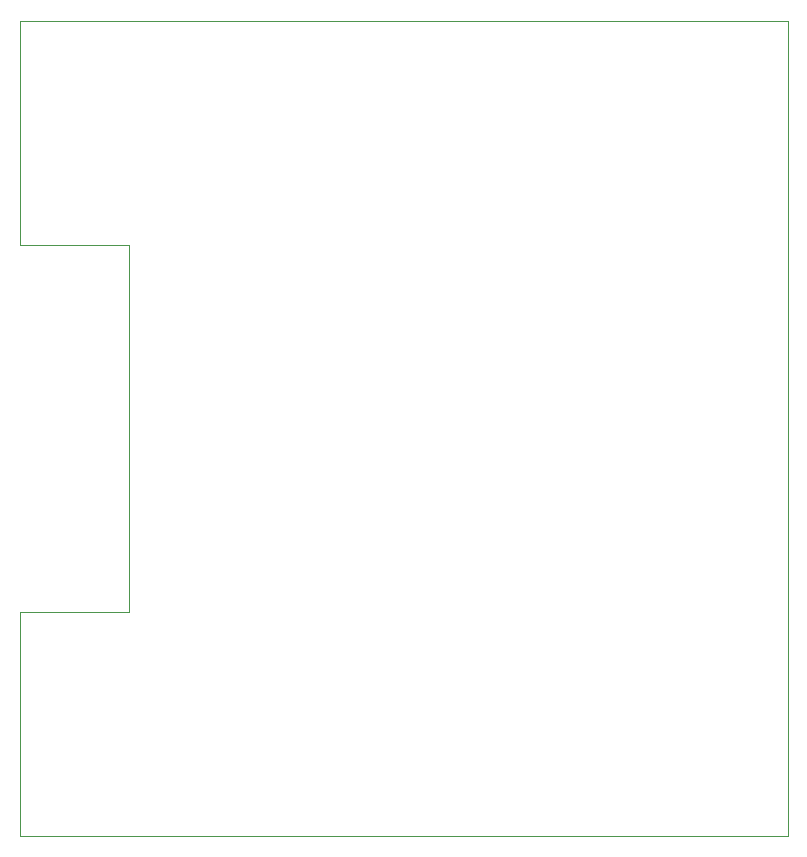
<source format=gbr>
%TF.GenerationSoftware,KiCad,Pcbnew,8.0.1*%
%TF.CreationDate,2024-06-12T15:22:07+02:00*%
%TF.ProjectId,Robuoy-Top,526f6275-6f79-42d5-946f-702e6b696361,rev?*%
%TF.SameCoordinates,Original*%
%TF.FileFunction,Profile,NP*%
%FSLAX46Y46*%
G04 Gerber Fmt 4.6, Leading zero omitted, Abs format (unit mm)*
G04 Created by KiCad (PCBNEW 8.0.1) date 2024-06-12 15:22:07*
%MOMM*%
%LPD*%
G01*
G04 APERTURE LIST*
%TA.AperFunction,Profile*%
%ADD10C,0.100000*%
%TD*%
G04 APERTURE END LIST*
D10*
X14000000Y-64000000D02*
X14000000Y-45000000D01*
X14000000Y-45000000D02*
X79000000Y-45000000D01*
X23266400Y-64000000D02*
X14000000Y-64000000D01*
X23266400Y-95072200D02*
X23266400Y-64000000D01*
X79000000Y-114000000D02*
X14000000Y-114000000D01*
X14000000Y-114000000D02*
X13995400Y-95072200D01*
X79000000Y-45000000D02*
X79000000Y-114000000D01*
X13995400Y-95072200D02*
X23266400Y-95072200D01*
M02*

</source>
